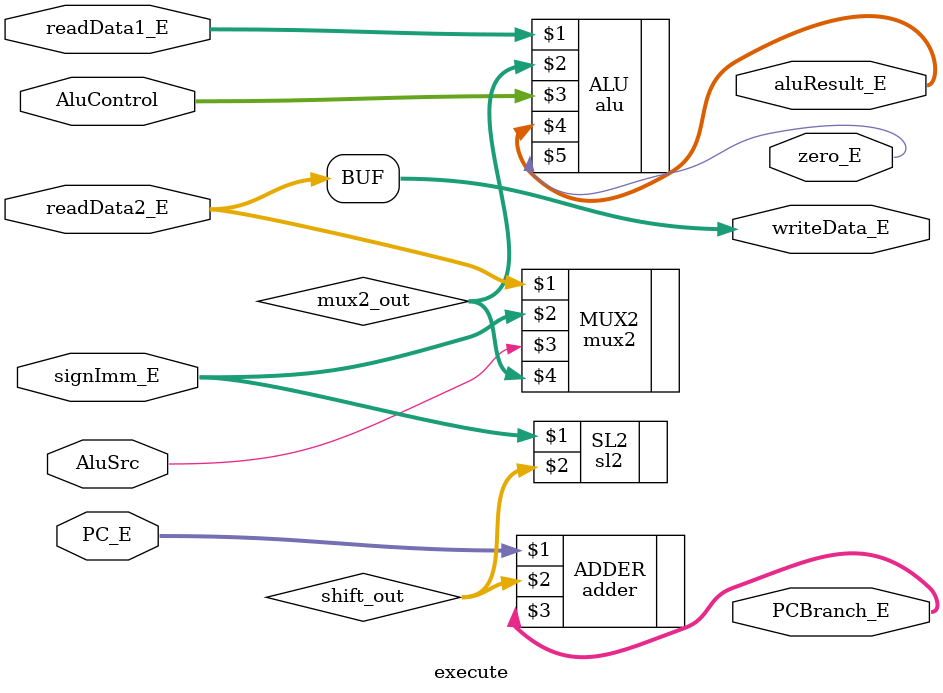
<source format=sv>
module execute #(parameter N = 64)
					(input logic AluSrc,
					input logic [3:0] AluControl,
					input logic [N-1:0] PC_E,
					input logic [N-1:0] signImm_E,
					input logic [N-1:0] readData1_E,
					input logic [N-1:0] readData2_E,
					output logic [N-1:0] PCBranch_E,
					output logic [N-1:0] aluResult_E,
					output logic [N-1:0] writeData_E,
					output logic zero_E);

	logic [N-1:0] shift_out,mux2_out;
	
	alu ALU(readData1_E,mux2_out,AluControl,aluResult_E,zero_E); 
	
	sl2 SL2(signImm_E,shift_out);
	
	adder ADDER(PC_E, shift_out,PCBranch_E);
	
	mux2 MUX2(readData2_E,signImm_E,AluSrc,mux2_out);
	
	assign writeData_E = readData2_E;		

endmodule

</source>
